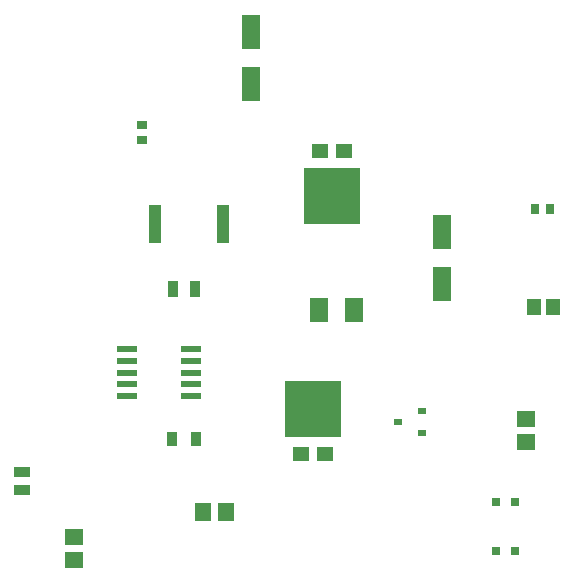
<source format=gtp>
G04*
G04 #@! TF.GenerationSoftware,Altium Limited,Altium Designer,24.9.1 (31)*
G04*
G04 Layer_Color=8421504*
%FSLAX44Y44*%
%MOMM*%
G71*
G04*
G04 #@! TF.SameCoordinates,064BEE1E-2FB1-430C-AF41-A2A5F34B4FD9*
G04*
G04*
G04 #@! TF.FilePolarity,Positive*
G04*
G01*
G75*
%ADD16R,0.9500X1.4000*%
%ADD17R,1.8000X0.6000*%
%ADD18R,1.4000X1.2700*%
%ADD19R,4.8000X4.7200*%
%ADD20R,1.1578X1.3621*%
%ADD21R,0.9000X1.3000*%
%ADD22R,1.5562X1.3549*%
%ADD23R,0.7581X0.8121*%
%ADD24R,0.7000X0.6000*%
%ADD25R,0.8121X0.7581*%
%ADD26R,1.6000X3.0000*%
%ADD27R,1.1046X3.3062*%
%ADD28R,1.5549X2.1062*%
%ADD29R,1.3500X0.9500*%
%ADD30R,1.5500X1.3500*%
%ADD31R,0.8000X0.8000*%
%ADD32R,1.3549X1.5562*%
D16*
X180700Y257810D02*
D03*
X162200D02*
D03*
D17*
X123800Y206690D02*
D03*
Y196690D02*
D03*
Y186690D02*
D03*
Y176690D02*
D03*
Y166690D02*
D03*
X177800Y206690D02*
D03*
Y196690D02*
D03*
Y186690D02*
D03*
Y176690D02*
D03*
Y166690D02*
D03*
D18*
X307580Y374360D02*
D03*
X286780D02*
D03*
X270510Y118110D02*
D03*
X291310D02*
D03*
D19*
X297180Y336310D02*
D03*
X280910Y156160D02*
D03*
D20*
X467978Y242570D02*
D03*
X484522D02*
D03*
D21*
X161290Y130810D02*
D03*
X182290D02*
D03*
D22*
X461010Y147783D02*
D03*
Y128270D02*
D03*
D23*
X468710Y325120D02*
D03*
X481250D02*
D03*
D24*
X353060Y144780D02*
D03*
X373060Y135280D02*
D03*
Y154280D02*
D03*
D25*
X135890Y383620D02*
D03*
Y396160D02*
D03*
D26*
X228600Y431390D02*
D03*
Y475390D02*
D03*
X389890Y306070D02*
D03*
Y262070D02*
D03*
D27*
X204470Y312420D02*
D03*
X147454D02*
D03*
D28*
X315746Y240030D02*
D03*
X286234D02*
D03*
D29*
X34290Y87750D02*
D03*
Y102750D02*
D03*
D30*
X78740Y47440D02*
D03*
Y27940D02*
D03*
D31*
X451610Y77470D02*
D03*
X435610D02*
D03*
X452120Y35560D02*
D03*
X436120D02*
D03*
D32*
X187497Y68580D02*
D03*
X207010D02*
D03*
M02*

</source>
